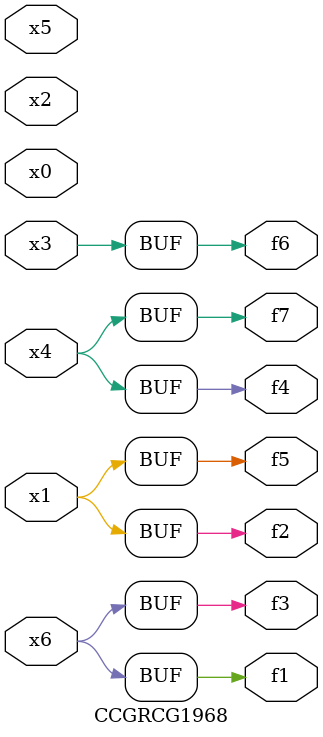
<source format=v>
module CCGRCG1968(
	input x0, x1, x2, x3, x4, x5, x6,
	output f1, f2, f3, f4, f5, f6, f7
);
	assign f1 = x6;
	assign f2 = x1;
	assign f3 = x6;
	assign f4 = x4;
	assign f5 = x1;
	assign f6 = x3;
	assign f7 = x4;
endmodule

</source>
